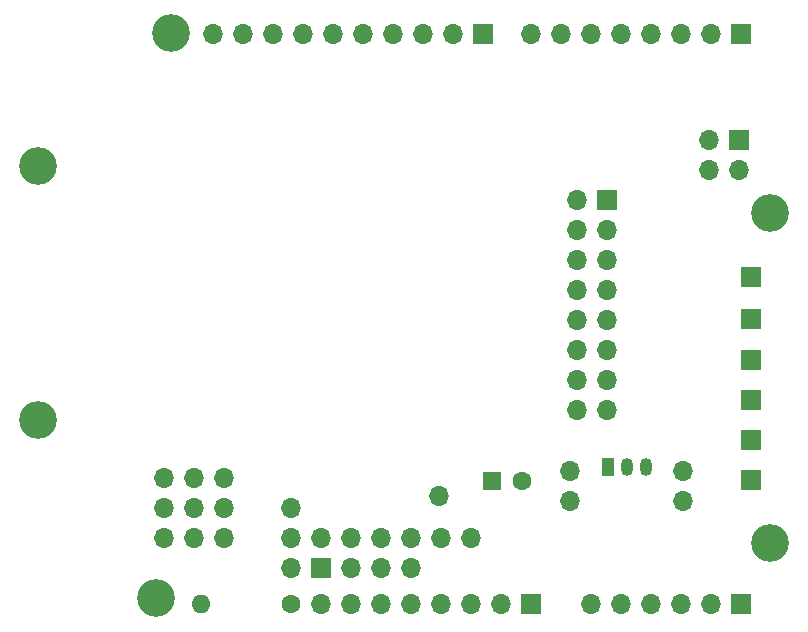
<source format=gbs>
%TF.GenerationSoftware,KiCad,Pcbnew,7.0.1*%
%TF.CreationDate,2023-06-16T17:14:34+02:00*%
%TF.ProjectId,Uno_shiefefefe - Copy,556e6f5f-7368-4696-9566-656665666520,rev?*%
%TF.SameCoordinates,Original*%
%TF.FileFunction,Soldermask,Bot*%
%TF.FilePolarity,Negative*%
%FSLAX46Y46*%
G04 Gerber Fmt 4.6, Leading zero omitted, Abs format (unit mm)*
G04 Created by KiCad (PCBNEW 7.0.1) date 2023-06-16 17:14:34*
%MOMM*%
%LPD*%
G01*
G04 APERTURE LIST*
%ADD10R,1.700000X1.700000*%
%ADD11O,1.700000X1.700000*%
%ADD12C,3.200000*%
%ADD13R,1.050000X1.500000*%
%ADD14O,1.050000X1.500000*%
%ADD15R,1.600000X1.600000*%
%ADD16C,1.600000*%
%ADD17O,1.600000X1.600000*%
G04 APERTURE END LIST*
D10*
X156713000Y-123865000D03*
D11*
X154173000Y-123865000D03*
X151633000Y-123865000D03*
X149093000Y-123865000D03*
X146553000Y-123865000D03*
X144013000Y-123865000D03*
X141473000Y-123865000D03*
X138933000Y-123865000D03*
D10*
X174498000Y-123865000D03*
D11*
X171958000Y-123865000D03*
X169418000Y-123865000D03*
X166878000Y-123865000D03*
X164338000Y-123865000D03*
X161798000Y-123865000D03*
D10*
X174498000Y-75575000D03*
D11*
X171958000Y-75575000D03*
X169418000Y-75575000D03*
X166878000Y-75575000D03*
X164338000Y-75575000D03*
X161798000Y-75575000D03*
X159258000Y-75575000D03*
X156718000Y-75575000D03*
D10*
X152658000Y-75575000D03*
D11*
X150118000Y-75575000D03*
X147578000Y-75575000D03*
X145038000Y-75575000D03*
X142498000Y-75575000D03*
X139958000Y-75575000D03*
X137418000Y-75575000D03*
X134878000Y-75575000D03*
X132338000Y-75575000D03*
X129798000Y-75575000D03*
X136380000Y-115747500D03*
D12*
X176998000Y-90805000D03*
D11*
X163127500Y-107460000D03*
X160587500Y-107460000D03*
X136380000Y-120830000D03*
X136380000Y-118290000D03*
D10*
X163128000Y-89680000D03*
D11*
X160588000Y-92220000D03*
X160588000Y-89680000D03*
X163128000Y-92220000D03*
X160588000Y-94760000D03*
X163128000Y-94760000D03*
X163128000Y-97300000D03*
X160588000Y-99840000D03*
X163128000Y-99840000D03*
X160588000Y-102380000D03*
X163128000Y-102380000D03*
X160588000Y-104920000D03*
X163128000Y-104920000D03*
X160588000Y-97300000D03*
X160040000Y-115107500D03*
X160040000Y-112567500D03*
X130760000Y-118310000D03*
X130760000Y-115770000D03*
X130760000Y-113230000D03*
D13*
X163225000Y-112310000D03*
D14*
X164820000Y-112310000D03*
X166425000Y-112310000D03*
D12*
X124998000Y-123365000D03*
D15*
X153424888Y-113460000D03*
D16*
X155924888Y-113460000D03*
D12*
X126238000Y-75565000D03*
D11*
X148980000Y-114712500D03*
X169625000Y-115107500D03*
X169625000Y-112567500D03*
D10*
X174375000Y-84605000D03*
D11*
X174375000Y-87145000D03*
X171835000Y-84605000D03*
X171835000Y-87145000D03*
D12*
X176998000Y-118745000D03*
X115000000Y-86750000D03*
D11*
X128220000Y-118310000D03*
X125680000Y-118310000D03*
X128220000Y-115770000D03*
X125680000Y-115770000D03*
X128220000Y-113230000D03*
X125680000Y-113230000D03*
D10*
X175350000Y-96220000D03*
X175355000Y-99720000D03*
X175350000Y-103170000D03*
X175350000Y-106570000D03*
X175350000Y-109970000D03*
X175350000Y-113370000D03*
X138930000Y-120830000D03*
D11*
X138930000Y-118290000D03*
X141470000Y-120830000D03*
X141470000Y-118290000D03*
X144010000Y-120830000D03*
X144010000Y-118290000D03*
X146550000Y-120830000D03*
X146550000Y-118290000D03*
D16*
X136400000Y-123840000D03*
D17*
X128780000Y-123840000D03*
D12*
X115000000Y-108300000D03*
D11*
X149090000Y-118290000D03*
X151630000Y-118290000D03*
M02*

</source>
